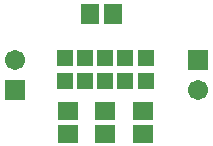
<source format=gts>
G04 DipTrace 3.2.0.1*
G04 09342-01_gorabn6_0_10.gts*
%MOIN*%
G04 #@! TF.FileFunction,Soldermask,Top*
G04 #@! TF.Part,Single*
%ADD28R,0.055244X0.055244*%
%ADD30R,0.067055X0.059181*%
%ADD32R,0.059181X0.067055*%
%ADD34C,0.067055*%
%ADD36R,0.067055X0.067055*%
%FSLAX26Y26*%
G04*
G70*
G90*
G75*
G01*
G04 TopMask*
%LPD*%
D36*
X490004Y740260D3*
D34*
Y840260D3*
D32*
X740850Y994000D3*
X815654D3*
D30*
X915850Y594000D3*
Y668803D3*
X790850Y594000D3*
Y668803D3*
X665850Y594000D3*
Y668803D3*
D28*
X656992Y846756D3*
X723921D3*
X790850D3*
X857780D3*
X924709D3*
X656992Y768016D3*
X723921D3*
X790850D3*
X857780D3*
X924709D3*
D36*
X1100201Y840260D3*
D34*
Y740260D3*
M02*

</source>
